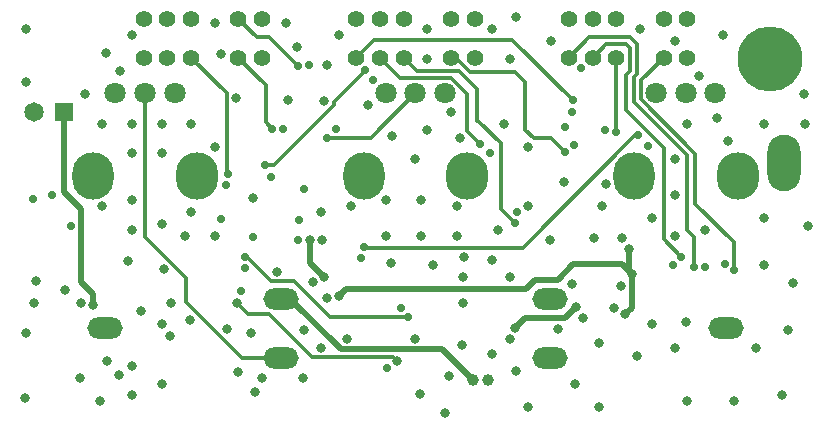
<source format=gbl>
G04 #@! TF.GenerationSoftware,KiCad,Pcbnew,7.0.9*
G04 #@! TF.CreationDate,2023-12-08T15:58:03+01:00*
G04 #@! TF.ProjectId,2023_PiezoPreamp,32303233-5f50-4696-957a-6f507265616d,rev?*
G04 #@! TF.SameCoordinates,PX2625a00PY1c22260*
G04 #@! TF.FileFunction,Copper,L4,Bot*
G04 #@! TF.FilePolarity,Positive*
%FSLAX46Y46*%
G04 Gerber Fmt 4.6, Leading zero omitted, Abs format (unit mm)*
G04 Created by KiCad (PCBNEW 7.0.9) date 2023-12-08 15:58:03*
%MOMM*%
%LPD*%
G01*
G04 APERTURE LIST*
G04 #@! TA.AperFunction,ComponentPad*
%ADD10C,1.800000*%
G04 #@! TD*
G04 #@! TA.AperFunction,ComponentPad*
%ADD11O,3.600000X4.000000*%
G04 #@! TD*
G04 #@! TA.AperFunction,ComponentPad*
%ADD12O,3.500000X4.000000*%
G04 #@! TD*
G04 #@! TA.AperFunction,ComponentPad*
%ADD13C,5.500000*%
G04 #@! TD*
G04 #@! TA.AperFunction,ComponentPad*
%ADD14C,1.000000*%
G04 #@! TD*
G04 #@! TA.AperFunction,ComponentPad*
%ADD15C,1.400000*%
G04 #@! TD*
G04 #@! TA.AperFunction,ComponentPad*
%ADD16R,1.650000X1.650000*%
G04 #@! TD*
G04 #@! TA.AperFunction,ComponentPad*
%ADD17C,1.650000*%
G04 #@! TD*
G04 #@! TA.AperFunction,ComponentPad*
%ADD18O,2.800000X4.800000*%
G04 #@! TD*
G04 #@! TA.AperFunction,ComponentPad*
%ADD19O,3.000000X1.800000*%
G04 #@! TD*
G04 #@! TA.AperFunction,ViaPad*
%ADD20C,0.800000*%
G04 #@! TD*
G04 #@! TA.AperFunction,ViaPad*
%ADD21C,0.700000*%
G04 #@! TD*
G04 #@! TA.AperFunction,Conductor*
%ADD22C,0.500000*%
G04 #@! TD*
G04 #@! TA.AperFunction,Conductor*
%ADD23C,0.349300*%
G04 #@! TD*
G04 #@! TA.AperFunction,Conductor*
%ADD24C,0.300000*%
G04 #@! TD*
G04 APERTURE END LIST*
D10*
X13600000Y-7400000D03*
X11100000Y-7400000D03*
X8600000Y-7400000D03*
D11*
X15500000Y-14400000D03*
D12*
X6700000Y-14400000D03*
D13*
X64000000Y-4500000D03*
D14*
X40100000Y-31700000D03*
X38850000Y-31700000D03*
D10*
X36500000Y-7400000D03*
X34000000Y-7400000D03*
X31500000Y-7400000D03*
D11*
X38400000Y-14400000D03*
D12*
X29600000Y-14400000D03*
D15*
X39000000Y-1100000D03*
X37000000Y-1100000D03*
X33000000Y-1100000D03*
X31000000Y-1100000D03*
X29000000Y-1100000D03*
X29000000Y-4400000D03*
X31000000Y-4400000D03*
X33000000Y-4400000D03*
X37000000Y-4400000D03*
X39000000Y-4400000D03*
D16*
X4270000Y-9000000D03*
D17*
X1730000Y-9000000D03*
D10*
X59400000Y-7400000D03*
X56900000Y-7400000D03*
X54400000Y-7400000D03*
D11*
X61300000Y-14400000D03*
D12*
X52500000Y-14400000D03*
D15*
X21000000Y-1100000D03*
X19000000Y-1100000D03*
X15000000Y-1100000D03*
X13000000Y-1100000D03*
X11000000Y-1100000D03*
X11000000Y-4400000D03*
X13000000Y-4400000D03*
X15000000Y-4400000D03*
X19000000Y-4400000D03*
X21000000Y-4400000D03*
X57000000Y-1100000D03*
X55000000Y-1100000D03*
X51000000Y-1100000D03*
X49000000Y-1100000D03*
X47000000Y-1100000D03*
X47000000Y-4400000D03*
X49000000Y-4400000D03*
X51000000Y-4400000D03*
X55000000Y-4400000D03*
X57000000Y-4400000D03*
D18*
X65200000Y-13300000D03*
D19*
X7700000Y-27300000D03*
X22600000Y-24800000D03*
X22600000Y-29800000D03*
X60300000Y-27300000D03*
X45400000Y-29800000D03*
X45400000Y-24800000D03*
D20*
X900000Y-33220000D03*
D21*
X48000000Y-5275850D03*
X46700000Y-10300000D03*
D20*
X49074150Y-19700000D03*
X46600000Y-14900000D03*
X45400000Y-19850000D03*
X23200000Y-8000000D03*
X26250000Y-8050000D03*
D21*
X24100000Y-18150000D03*
X20250000Y-19550000D03*
X24550000Y-15550000D03*
D20*
X22250000Y-22525850D03*
X52750000Y-29650000D03*
X50843462Y-25621186D03*
X7300000Y-33500000D03*
D21*
X47244774Y-9004729D03*
X1600000Y-16348205D03*
D20*
X15000000Y-17500000D03*
X57000000Y-10000000D03*
X6000000Y-7500000D03*
X65500000Y-27500000D03*
X10000000Y-16500000D03*
X38000000Y-23000000D03*
X12500000Y-12500000D03*
X26099006Y-19850000D03*
X8900000Y-31300000D03*
X12500000Y-32000000D03*
X37500000Y-17000000D03*
D21*
X31600000Y-30700000D03*
D20*
X67200000Y-18700000D03*
X1000000Y-6500000D03*
X34000000Y-28216418D03*
X54000000Y-18000000D03*
D21*
X22823192Y-10464368D03*
D20*
X48177409Y-26426388D03*
X24500000Y-31500000D03*
X20100000Y-27700000D03*
X1700000Y-25200000D03*
X13200000Y-28000000D03*
X10000000Y-10000000D03*
X1000000Y-2000000D03*
X58000000Y-6000000D03*
X35000000Y-4500000D03*
X66900000Y-7500000D03*
X35500000Y-22000000D03*
X26475939Y-24740881D03*
X47500000Y-32000000D03*
X12667237Y-22332763D03*
X1000000Y-27700000D03*
D21*
X3249500Y-16043034D03*
D20*
X28200000Y-28216418D03*
D21*
X25016828Y-5022013D03*
D20*
X35000000Y-10500000D03*
X36800000Y-31400000D03*
X21000000Y-31500000D03*
D21*
X19600000Y-22249503D03*
X17971915Y-15197968D03*
D20*
X27500000Y-2500000D03*
X59500000Y-9500000D03*
D21*
X21800000Y-14550000D03*
D20*
X17000000Y-19500000D03*
X63500000Y-18000000D03*
D21*
X29401531Y-21360423D03*
D20*
X60000000Y-2500000D03*
X56900000Y-26800000D03*
X4300000Y-24100000D03*
X18032763Y-27367237D03*
X25295674Y-23392583D03*
X18824150Y-7850000D03*
X42469782Y-30974384D03*
X10000000Y-33000000D03*
X5688733Y-25175205D03*
X7900000Y-30100000D03*
X51400500Y-23700498D03*
D21*
X17550000Y-18050000D03*
D20*
X14917237Y-26582763D03*
X46038707Y-27410793D03*
D21*
X53727593Y-11872407D03*
D20*
X42500000Y-1000000D03*
X9700000Y-21600000D03*
X38100000Y-21324150D03*
X7500000Y-10000000D03*
X19000000Y-31000000D03*
X23000000Y-1500000D03*
X13300000Y-25200000D03*
X43500000Y-17000000D03*
X20430000Y-32700000D03*
X34500000Y-16500000D03*
X37798315Y-11176475D03*
X56000000Y-13000000D03*
X40500000Y-21500000D03*
X26000000Y-28966418D03*
X10000000Y-30500000D03*
D21*
X58531415Y-22132884D03*
X19200000Y-24200000D03*
D20*
X32000000Y-11000000D03*
D21*
X50044751Y-10560434D03*
D20*
X5600000Y-31500000D03*
X29950000Y-8455850D03*
X34500000Y-19500000D03*
X49500000Y-34000000D03*
X65000000Y-33000000D03*
X17500000Y-4099500D03*
X41500000Y-10000000D03*
X42000000Y-23000000D03*
X50136419Y-15063627D03*
X67000000Y-10000000D03*
X24600000Y-27500000D03*
X31500000Y-16500000D03*
X37000000Y-9000000D03*
D21*
X24050000Y-19850000D03*
D20*
X17000000Y-1500000D03*
X47250000Y-23550000D03*
X10000000Y-19000000D03*
X12500000Y-27000000D03*
D21*
X32792143Y-25625850D03*
X4850500Y-18700000D03*
D20*
X61000000Y-33500000D03*
X34410315Y-32886772D03*
X9000000Y-5500000D03*
X56000000Y-3000000D03*
X24000000Y-3500000D03*
X15000000Y-10000000D03*
D21*
X30440000Y-6299500D03*
X47434875Y-11798739D03*
D20*
X17000000Y-12000000D03*
D21*
X42605976Y-17473108D03*
D20*
X49500000Y-28550000D03*
X56000000Y-29000000D03*
X20225498Y-16274150D03*
X66000000Y-23500000D03*
X57000000Y-33500000D03*
X43500000Y-12000000D03*
D21*
X40274123Y-12474078D03*
D20*
X62800000Y-29000000D03*
X14500000Y-19500000D03*
X49800000Y-17000000D03*
X10000000Y-2500000D03*
X60500000Y-11500000D03*
X26000000Y-17500000D03*
X40500000Y-2000000D03*
X1900000Y-23300000D03*
X26500000Y-5000000D03*
X10000000Y-12500000D03*
X10723543Y-25876457D03*
X12500000Y-18500000D03*
X41980648Y-28238703D03*
X56000000Y-19500000D03*
D21*
X27229428Y-10425850D03*
D20*
X28500000Y-17000000D03*
X63500000Y-22000000D03*
X63500000Y-10000000D03*
X42000000Y-4500000D03*
X34000000Y-13000000D03*
X31942453Y-21800500D03*
X37500000Y-19500000D03*
X38000000Y-25200000D03*
X43500000Y-34000000D03*
X45500000Y-3000000D03*
X41000000Y-19000000D03*
X54000000Y-27000000D03*
X12500000Y-10000000D03*
X37950000Y-28750000D03*
X35000000Y-2000000D03*
X36500000Y-34500000D03*
X40500000Y-29500000D03*
X53000000Y-2000000D03*
D21*
X55828600Y-21971400D03*
D20*
X7800000Y-4000000D03*
X58500000Y-19000000D03*
X56000000Y-16000000D03*
X31500000Y-19500000D03*
X7500000Y-17000000D03*
D21*
X60175850Y-21855987D03*
D20*
X51499958Y-19706182D03*
X6720000Y-25370000D03*
X51750000Y-26150000D03*
X52050000Y-20600000D03*
X27513957Y-24586043D03*
X52300000Y-22750000D03*
X25049503Y-19850000D03*
X42450000Y-27300000D03*
X47600000Y-25550000D03*
X26267350Y-22995972D03*
D21*
X24050000Y-5150000D03*
X42400000Y-18400000D03*
X51000000Y-10700000D03*
X60950000Y-22423898D03*
X56500000Y-21300000D03*
X57575000Y-22100000D03*
X46700000Y-12400000D03*
X39500000Y-11700000D03*
X47300000Y-8000000D03*
X18105283Y-14257879D03*
X21230000Y-13480000D03*
X29708213Y-5489559D03*
X21875000Y-10414502D03*
D20*
X18850000Y-25149503D03*
X32413329Y-30119051D03*
D21*
X26500000Y-11200000D03*
X52827593Y-10972407D03*
X29614944Y-20435215D03*
X19600000Y-21300000D03*
X33400000Y-26400000D03*
D22*
X5700000Y-23400000D02*
X5700000Y-17240000D01*
X6720000Y-25370000D02*
X6720000Y-24420000D01*
X6720000Y-24420000D02*
X5700000Y-23400000D01*
X5700000Y-17240000D02*
X4270000Y-15810000D01*
X4270000Y-15810000D02*
X4270000Y-9000000D01*
D23*
X29708213Y-5489559D02*
X29708213Y-5511787D01*
X27074650Y-8391582D02*
X21986232Y-13480000D01*
X29708213Y-5511787D02*
X27074650Y-8145350D01*
X27074650Y-8145350D02*
X27074650Y-8391582D01*
X21986232Y-13480000D02*
X21230000Y-13480000D01*
D22*
X28100000Y-24000000D02*
X43350000Y-24000000D01*
X27513957Y-24586043D02*
X28100000Y-24000000D01*
X43350000Y-24000000D02*
X44150000Y-23200000D01*
X44150000Y-23200000D02*
X46050000Y-23200000D01*
X46050000Y-23200000D02*
X47350000Y-21900000D01*
X47350000Y-21900000D02*
X51450000Y-21900000D01*
X51450000Y-21900000D02*
X52300000Y-22750000D01*
D23*
X51000000Y-10700000D02*
X51000000Y-4400000D01*
X18105283Y-14257879D02*
X18000000Y-14152596D01*
X18000000Y-14152596D02*
X18000000Y-7400000D01*
X18000000Y-7400000D02*
X15000000Y-4400000D01*
X52723950Y-3223950D02*
X52176050Y-2676050D01*
X57575000Y-22100000D02*
X57575000Y-19625000D01*
X57575000Y-19625000D02*
X56950000Y-19000000D01*
X52476050Y-8196926D02*
X52476050Y-6076412D01*
X56950000Y-12670876D02*
X52476050Y-8196926D01*
X52476050Y-6076412D02*
X52723950Y-5828512D01*
X56950000Y-19000000D02*
X56950000Y-12670876D01*
X52723950Y-5828512D02*
X52723950Y-3223950D01*
X52176050Y-2676050D02*
X48723950Y-2676050D01*
X48723950Y-2676050D02*
X47000000Y-4400000D01*
D22*
X52050000Y-20600000D02*
X52050000Y-22500000D01*
X51750000Y-26150000D02*
X52300000Y-25600000D01*
X52300000Y-25600000D02*
X52300000Y-22750000D01*
X52050000Y-22500000D02*
X52300000Y-22750000D01*
X42450000Y-27300000D02*
X43300000Y-26450000D01*
X25049503Y-21778125D02*
X25049503Y-19850000D01*
X43300000Y-26450000D02*
X46700000Y-26450000D01*
X46700000Y-26450000D02*
X47600000Y-25550000D01*
X26267350Y-22995972D02*
X25049503Y-21778125D01*
D23*
X21600000Y-2700000D02*
X24050000Y-5150000D01*
X19000000Y-1100000D02*
X20600000Y-2700000D01*
X20600000Y-2700000D02*
X21600000Y-2700000D01*
X41200000Y-17200000D02*
X41200000Y-11654479D01*
X37686616Y-5524650D02*
X34124650Y-5524650D01*
X39295521Y-9750000D02*
X39250000Y-9750000D01*
X41200000Y-11654479D02*
X39295521Y-9750000D01*
X34124650Y-5524650D02*
X33000000Y-4400000D01*
X42400000Y-18400000D02*
X41200000Y-17200000D01*
X39250000Y-9750000D02*
X39250000Y-7088034D01*
X39250000Y-7088034D02*
X37686616Y-5524650D01*
X60950000Y-22423898D02*
X60950000Y-20050000D01*
X53075350Y-7948688D02*
X53075350Y-6324650D01*
X53075350Y-6324650D02*
X55000000Y-4400000D01*
X57700000Y-16800000D02*
X57700000Y-12573338D01*
X60950000Y-20050000D02*
X57700000Y-16800000D01*
X57700000Y-12573338D02*
X53075350Y-7948688D01*
X52124650Y-3574650D02*
X51825350Y-3275350D01*
X55000000Y-12050000D02*
X51800000Y-8850000D01*
X51800000Y-8850000D02*
X51800000Y-5900000D01*
X51825350Y-3275350D02*
X50124650Y-3275350D01*
X51800000Y-5900000D02*
X52124650Y-5575350D01*
X56500000Y-21300000D02*
X55000000Y-19800000D01*
X50124650Y-3275350D02*
X49000000Y-4400000D01*
X52124650Y-5575350D02*
X52124650Y-3574650D01*
X55000000Y-19800000D02*
X55000000Y-12050000D01*
X47000000Y-4400000D02*
X47000000Y-4150000D01*
X44000000Y-11200000D02*
X43300000Y-10500000D01*
X45500000Y-11200000D02*
X44000000Y-11200000D01*
X37409504Y-4400000D02*
X37000000Y-4400000D01*
X38609504Y-5600000D02*
X37409504Y-4400000D01*
X43300000Y-6450000D02*
X42450000Y-5600000D01*
X43300000Y-10500000D02*
X43300000Y-6450000D01*
X46700000Y-12400000D02*
X45500000Y-11200000D01*
X42450000Y-5600000D02*
X38609504Y-5600000D01*
D24*
X38400000Y-7461522D02*
X37038478Y-6100000D01*
X38400000Y-10650000D02*
X38400000Y-7461522D01*
X32700000Y-6100000D02*
X31000000Y-4400000D01*
X39500000Y-11700000D02*
X39450000Y-11700000D01*
X37038478Y-6100000D02*
X32700000Y-6100000D01*
X39450000Y-11700000D02*
X38400000Y-10650000D01*
X30500000Y-2900000D02*
X42200000Y-2900000D01*
X42200000Y-2900000D02*
X47300000Y-8000000D01*
X29000000Y-4400000D02*
X30500000Y-2900000D01*
D23*
X21350000Y-6750000D02*
X19000000Y-4400000D01*
X21350000Y-9889502D02*
X21350000Y-6750000D01*
X21875000Y-10414502D02*
X21350000Y-9889502D01*
X11100000Y-7400000D02*
X11100000Y-19600000D01*
X11100000Y-19600000D02*
X14600000Y-23100000D01*
X14600000Y-25100000D02*
X19300000Y-29800000D01*
X19300000Y-29800000D02*
X22600000Y-29800000D01*
X14600000Y-23100000D02*
X14600000Y-25100000D01*
D24*
X21600000Y-26100000D02*
X19800497Y-26100000D01*
X25265918Y-29765918D02*
X21600000Y-26100000D01*
X32413329Y-30119051D02*
X32060196Y-29765918D01*
X19800497Y-26100000D02*
X18850000Y-25149503D01*
X32060196Y-29765918D02*
X25265918Y-29765918D01*
D22*
X27715918Y-29115918D02*
X36265918Y-29115918D01*
X36265918Y-29115918D02*
X38850000Y-31700000D01*
X22600000Y-24800000D02*
X23400000Y-24800000D01*
X23400000Y-24800000D02*
X27715918Y-29115918D01*
D23*
X30200000Y-11200000D02*
X34000000Y-7400000D01*
X26500000Y-11200000D02*
X30200000Y-11200000D01*
X43074580Y-20500000D02*
X52602173Y-10972407D01*
X52602173Y-10972407D02*
X52827593Y-10972407D01*
X29614944Y-20435215D02*
X29679729Y-20500000D01*
X29679729Y-20500000D02*
X43074580Y-20500000D01*
X24566162Y-24166162D02*
X24566162Y-24170554D01*
X21796018Y-23350000D02*
X23750000Y-23350000D01*
X19600000Y-21300000D02*
X19746018Y-21300000D01*
X24566162Y-24170554D02*
X26795608Y-26400000D01*
X26795608Y-26400000D02*
X33400000Y-26400000D01*
X23750000Y-23350000D02*
X24566162Y-24166162D01*
X19746018Y-21300000D02*
X21796018Y-23350000D01*
M02*

</source>
